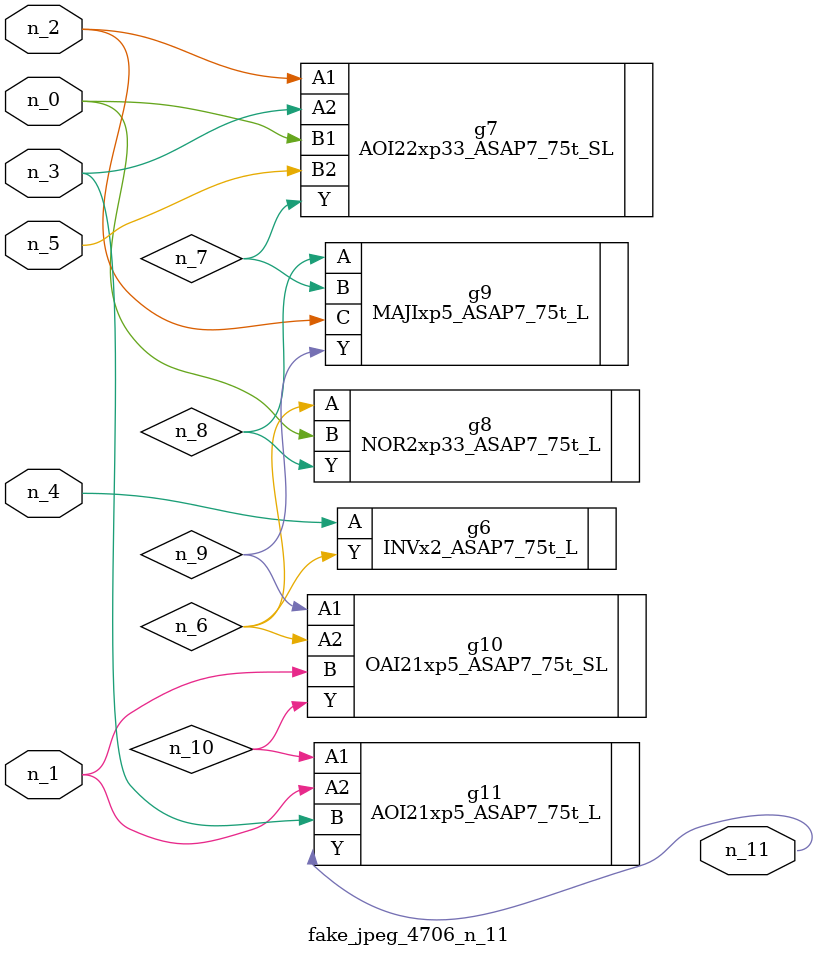
<source format=v>
module fake_jpeg_4706_n_11 (n_3, n_2, n_1, n_0, n_4, n_5, n_11);

input n_3;
input n_2;
input n_1;
input n_0;
input n_4;
input n_5;

output n_11;

wire n_10;
wire n_8;
wire n_9;
wire n_6;
wire n_7;

INVx2_ASAP7_75t_L g6 ( 
.A(n_4),
.Y(n_6)
);

AOI22xp33_ASAP7_75t_SL g7 ( 
.A1(n_2),
.A2(n_3),
.B1(n_0),
.B2(n_5),
.Y(n_7)
);

NOR2xp33_ASAP7_75t_L g8 ( 
.A(n_6),
.B(n_0),
.Y(n_8)
);

MAJIxp5_ASAP7_75t_L g9 ( 
.A(n_8),
.B(n_7),
.C(n_2),
.Y(n_9)
);

OAI21xp5_ASAP7_75t_SL g10 ( 
.A1(n_9),
.A2(n_6),
.B(n_1),
.Y(n_10)
);

AOI21xp5_ASAP7_75t_L g11 ( 
.A1(n_10),
.A2(n_1),
.B(n_3),
.Y(n_11)
);


endmodule
</source>
